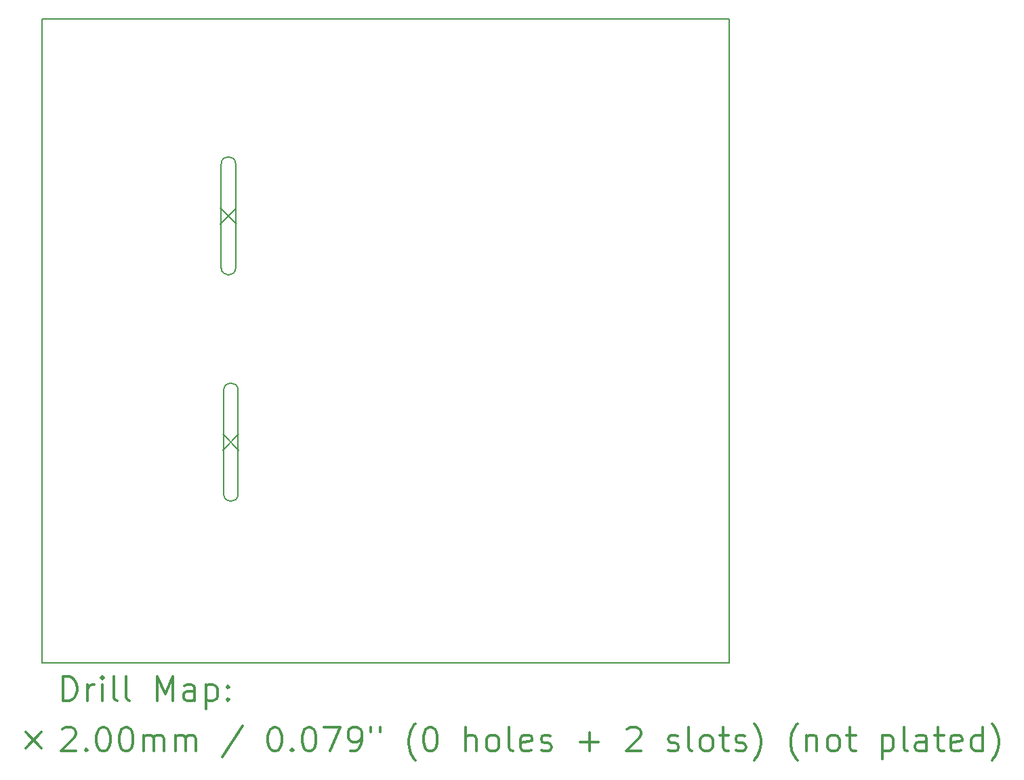
<source format=gbr>
%FSLAX45Y45*%
G04 Gerber Fmt 4.5, Leading zero omitted, Abs format (unit mm)*
G04 Created by KiCad (PCBNEW 4.0.2-stable) date 30/10/2016 11:04:42*
%MOMM*%
G01*
G04 APERTURE LIST*
%ADD10C,0.127000*%
%ADD11C,0.150000*%
%ADD12C,0.200000*%
%ADD13C,0.300000*%
G04 APERTURE END LIST*
D10*
D11*
X-398500Y7658000D02*
X8188000Y7658000D01*
X-398500Y7658000D02*
X-398500Y-392000D01*
X8187500Y-392000D02*
X8187500Y7658000D01*
X-399000Y-392000D02*
X8187500Y-392000D01*
D12*
X1828000Y5298000D02*
X2028000Y5098000D01*
X2028000Y5298000D02*
X1828000Y5098000D01*
X1838000Y5848000D02*
X1838000Y4548000D01*
X2018000Y5848000D02*
X2018000Y4548000D01*
X1838000Y4548000D02*
G75*
G03X2018000Y4548000I90000J0D01*
G01*
X2018000Y5848000D02*
G75*
G03X1838000Y5848000I-90000J0D01*
G01*
X1858000Y2468000D02*
X2058000Y2268000D01*
X2058000Y2468000D02*
X1858000Y2268000D01*
X1868000Y3018000D02*
X1868000Y1718000D01*
X2048000Y3018000D02*
X2048000Y1718000D01*
X1868000Y1718000D02*
G75*
G03X2048000Y1718000I90000J0D01*
G01*
X2048000Y3018000D02*
G75*
G03X1868000Y3018000I-90000J0D01*
G01*
D13*
X-135072Y-865214D02*
X-135072Y-565214D01*
X-63643Y-565214D01*
X-20786Y-579500D01*
X7786Y-608072D01*
X22071Y-636643D01*
X36357Y-693786D01*
X36357Y-736643D01*
X22071Y-793786D01*
X7786Y-822357D01*
X-20786Y-850929D01*
X-63643Y-865214D01*
X-135072Y-865214D01*
X164929Y-865214D02*
X164929Y-665214D01*
X164929Y-722357D02*
X179214Y-693786D01*
X193500Y-679500D01*
X222071Y-665214D01*
X250643Y-665214D01*
X350643Y-865214D02*
X350643Y-665214D01*
X350643Y-565214D02*
X336357Y-579500D01*
X350643Y-593786D01*
X364928Y-579500D01*
X350643Y-565214D01*
X350643Y-593786D01*
X536357Y-865214D02*
X507786Y-850929D01*
X493500Y-822357D01*
X493500Y-565214D01*
X693500Y-865214D02*
X664929Y-850929D01*
X650643Y-822357D01*
X650643Y-565214D01*
X1036357Y-865214D02*
X1036357Y-565214D01*
X1136357Y-779500D01*
X1236357Y-565214D01*
X1236357Y-865214D01*
X1507786Y-865214D02*
X1507786Y-708071D01*
X1493500Y-679500D01*
X1464928Y-665214D01*
X1407786Y-665214D01*
X1379214Y-679500D01*
X1507786Y-850929D02*
X1479214Y-865214D01*
X1407786Y-865214D01*
X1379214Y-850929D01*
X1364929Y-822357D01*
X1364929Y-793786D01*
X1379214Y-765214D01*
X1407786Y-750929D01*
X1479214Y-750929D01*
X1507786Y-736643D01*
X1650643Y-665214D02*
X1650643Y-965214D01*
X1650643Y-679500D02*
X1679214Y-665214D01*
X1736357Y-665214D01*
X1764928Y-679500D01*
X1779214Y-693786D01*
X1793500Y-722357D01*
X1793500Y-808071D01*
X1779214Y-836643D01*
X1764928Y-850929D01*
X1736357Y-865214D01*
X1679214Y-865214D01*
X1650643Y-850929D01*
X1922071Y-836643D02*
X1936357Y-850929D01*
X1922071Y-865214D01*
X1907786Y-850929D01*
X1922071Y-836643D01*
X1922071Y-865214D01*
X1922071Y-679500D02*
X1936357Y-693786D01*
X1922071Y-708071D01*
X1907786Y-693786D01*
X1922071Y-679500D01*
X1922071Y-708071D01*
X-606500Y-1259500D02*
X-406500Y-1459500D01*
X-406500Y-1259500D02*
X-606500Y-1459500D01*
X-149357Y-1223786D02*
X-135072Y-1209500D01*
X-106500Y-1195214D01*
X-35072Y-1195214D01*
X-6500Y-1209500D01*
X7786Y-1223786D01*
X22071Y-1252357D01*
X22071Y-1280929D01*
X7786Y-1323786D01*
X-163643Y-1495214D01*
X22071Y-1495214D01*
X150643Y-1466643D02*
X164929Y-1480929D01*
X150643Y-1495214D01*
X136357Y-1480929D01*
X150643Y-1466643D01*
X150643Y-1495214D01*
X350643Y-1195214D02*
X379214Y-1195214D01*
X407786Y-1209500D01*
X422071Y-1223786D01*
X436357Y-1252357D01*
X450643Y-1309500D01*
X450643Y-1380929D01*
X436357Y-1438071D01*
X422071Y-1466643D01*
X407786Y-1480929D01*
X379214Y-1495214D01*
X350643Y-1495214D01*
X322071Y-1480929D01*
X307786Y-1466643D01*
X293500Y-1438071D01*
X279214Y-1380929D01*
X279214Y-1309500D01*
X293500Y-1252357D01*
X307786Y-1223786D01*
X322071Y-1209500D01*
X350643Y-1195214D01*
X636357Y-1195214D02*
X664929Y-1195214D01*
X693500Y-1209500D01*
X707786Y-1223786D01*
X722071Y-1252357D01*
X736357Y-1309500D01*
X736357Y-1380929D01*
X722071Y-1438071D01*
X707786Y-1466643D01*
X693500Y-1480929D01*
X664929Y-1495214D01*
X636357Y-1495214D01*
X607786Y-1480929D01*
X593500Y-1466643D01*
X579214Y-1438071D01*
X564929Y-1380929D01*
X564929Y-1309500D01*
X579214Y-1252357D01*
X593500Y-1223786D01*
X607786Y-1209500D01*
X636357Y-1195214D01*
X864928Y-1495214D02*
X864928Y-1295214D01*
X864928Y-1323786D02*
X879214Y-1309500D01*
X907786Y-1295214D01*
X950643Y-1295214D01*
X979214Y-1309500D01*
X993500Y-1338072D01*
X993500Y-1495214D01*
X993500Y-1338072D02*
X1007786Y-1309500D01*
X1036357Y-1295214D01*
X1079214Y-1295214D01*
X1107786Y-1309500D01*
X1122071Y-1338072D01*
X1122071Y-1495214D01*
X1264929Y-1495214D02*
X1264929Y-1295214D01*
X1264929Y-1323786D02*
X1279214Y-1309500D01*
X1307786Y-1295214D01*
X1350643Y-1295214D01*
X1379214Y-1309500D01*
X1393500Y-1338072D01*
X1393500Y-1495214D01*
X1393500Y-1338072D02*
X1407786Y-1309500D01*
X1436357Y-1295214D01*
X1479214Y-1295214D01*
X1507786Y-1309500D01*
X1522071Y-1338072D01*
X1522071Y-1495214D01*
X2107786Y-1180929D02*
X1850643Y-1566643D01*
X2493500Y-1195214D02*
X2522071Y-1195214D01*
X2550643Y-1209500D01*
X2564928Y-1223786D01*
X2579214Y-1252357D01*
X2593500Y-1309500D01*
X2593500Y-1380929D01*
X2579214Y-1438071D01*
X2564928Y-1466643D01*
X2550643Y-1480929D01*
X2522071Y-1495214D01*
X2493500Y-1495214D01*
X2464928Y-1480929D01*
X2450643Y-1466643D01*
X2436357Y-1438071D01*
X2422071Y-1380929D01*
X2422071Y-1309500D01*
X2436357Y-1252357D01*
X2450643Y-1223786D01*
X2464928Y-1209500D01*
X2493500Y-1195214D01*
X2722071Y-1466643D02*
X2736357Y-1480929D01*
X2722071Y-1495214D01*
X2707786Y-1480929D01*
X2722071Y-1466643D01*
X2722071Y-1495214D01*
X2922071Y-1195214D02*
X2950643Y-1195214D01*
X2979214Y-1209500D01*
X2993500Y-1223786D01*
X3007785Y-1252357D01*
X3022071Y-1309500D01*
X3022071Y-1380929D01*
X3007785Y-1438071D01*
X2993500Y-1466643D01*
X2979214Y-1480929D01*
X2950643Y-1495214D01*
X2922071Y-1495214D01*
X2893500Y-1480929D01*
X2879214Y-1466643D01*
X2864928Y-1438071D01*
X2850643Y-1380929D01*
X2850643Y-1309500D01*
X2864928Y-1252357D01*
X2879214Y-1223786D01*
X2893500Y-1209500D01*
X2922071Y-1195214D01*
X3122071Y-1195214D02*
X3322071Y-1195214D01*
X3193500Y-1495214D01*
X3450643Y-1495214D02*
X3507785Y-1495214D01*
X3536357Y-1480929D01*
X3550643Y-1466643D01*
X3579214Y-1423786D01*
X3593500Y-1366643D01*
X3593500Y-1252357D01*
X3579214Y-1223786D01*
X3564928Y-1209500D01*
X3536357Y-1195214D01*
X3479214Y-1195214D01*
X3450643Y-1209500D01*
X3436357Y-1223786D01*
X3422071Y-1252357D01*
X3422071Y-1323786D01*
X3436357Y-1352357D01*
X3450643Y-1366643D01*
X3479214Y-1380929D01*
X3536357Y-1380929D01*
X3564928Y-1366643D01*
X3579214Y-1352357D01*
X3593500Y-1323786D01*
X3707786Y-1195214D02*
X3707786Y-1252357D01*
X3822071Y-1195214D02*
X3822071Y-1252357D01*
X4264928Y-1609500D02*
X4250643Y-1595214D01*
X4222071Y-1552357D01*
X4207786Y-1523786D01*
X4193500Y-1480929D01*
X4179214Y-1409500D01*
X4179214Y-1352357D01*
X4193500Y-1280929D01*
X4207786Y-1238072D01*
X4222071Y-1209500D01*
X4250643Y-1166643D01*
X4264928Y-1152357D01*
X4436357Y-1195214D02*
X4464928Y-1195214D01*
X4493500Y-1209500D01*
X4507786Y-1223786D01*
X4522071Y-1252357D01*
X4536357Y-1309500D01*
X4536357Y-1380929D01*
X4522071Y-1438071D01*
X4507786Y-1466643D01*
X4493500Y-1480929D01*
X4464928Y-1495214D01*
X4436357Y-1495214D01*
X4407786Y-1480929D01*
X4393500Y-1466643D01*
X4379214Y-1438071D01*
X4364928Y-1380929D01*
X4364928Y-1309500D01*
X4379214Y-1252357D01*
X4393500Y-1223786D01*
X4407786Y-1209500D01*
X4436357Y-1195214D01*
X4893500Y-1495214D02*
X4893500Y-1195214D01*
X5022071Y-1495214D02*
X5022071Y-1338072D01*
X5007786Y-1309500D01*
X4979214Y-1295214D01*
X4936357Y-1295214D01*
X4907786Y-1309500D01*
X4893500Y-1323786D01*
X5207786Y-1495214D02*
X5179214Y-1480929D01*
X5164928Y-1466643D01*
X5150643Y-1438071D01*
X5150643Y-1352357D01*
X5164928Y-1323786D01*
X5179214Y-1309500D01*
X5207786Y-1295214D01*
X5250643Y-1295214D01*
X5279214Y-1309500D01*
X5293500Y-1323786D01*
X5307786Y-1352357D01*
X5307786Y-1438071D01*
X5293500Y-1466643D01*
X5279214Y-1480929D01*
X5250643Y-1495214D01*
X5207786Y-1495214D01*
X5479214Y-1495214D02*
X5450643Y-1480929D01*
X5436357Y-1452357D01*
X5436357Y-1195214D01*
X5707786Y-1480929D02*
X5679214Y-1495214D01*
X5622071Y-1495214D01*
X5593500Y-1480929D01*
X5579214Y-1452357D01*
X5579214Y-1338072D01*
X5593500Y-1309500D01*
X5622071Y-1295214D01*
X5679214Y-1295214D01*
X5707786Y-1309500D01*
X5722071Y-1338072D01*
X5722071Y-1366643D01*
X5579214Y-1395214D01*
X5836357Y-1480929D02*
X5864928Y-1495214D01*
X5922071Y-1495214D01*
X5950643Y-1480929D01*
X5964928Y-1452357D01*
X5964928Y-1438071D01*
X5950643Y-1409500D01*
X5922071Y-1395214D01*
X5879214Y-1395214D01*
X5850643Y-1380929D01*
X5836357Y-1352357D01*
X5836357Y-1338072D01*
X5850643Y-1309500D01*
X5879214Y-1295214D01*
X5922071Y-1295214D01*
X5950643Y-1309500D01*
X6322071Y-1380929D02*
X6550643Y-1380929D01*
X6436357Y-1495214D02*
X6436357Y-1266643D01*
X6907786Y-1223786D02*
X6922071Y-1209500D01*
X6950643Y-1195214D01*
X7022071Y-1195214D01*
X7050643Y-1209500D01*
X7064928Y-1223786D01*
X7079214Y-1252357D01*
X7079214Y-1280929D01*
X7064928Y-1323786D01*
X6893500Y-1495214D01*
X7079214Y-1495214D01*
X7422071Y-1480929D02*
X7450643Y-1495214D01*
X7507785Y-1495214D01*
X7536357Y-1480929D01*
X7550643Y-1452357D01*
X7550643Y-1438071D01*
X7536357Y-1409500D01*
X7507785Y-1395214D01*
X7464928Y-1395214D01*
X7436357Y-1380929D01*
X7422071Y-1352357D01*
X7422071Y-1338072D01*
X7436357Y-1309500D01*
X7464928Y-1295214D01*
X7507785Y-1295214D01*
X7536357Y-1309500D01*
X7722071Y-1495214D02*
X7693500Y-1480929D01*
X7679214Y-1452357D01*
X7679214Y-1195214D01*
X7879214Y-1495214D02*
X7850643Y-1480929D01*
X7836357Y-1466643D01*
X7822071Y-1438071D01*
X7822071Y-1352357D01*
X7836357Y-1323786D01*
X7850643Y-1309500D01*
X7879214Y-1295214D01*
X7922071Y-1295214D01*
X7950643Y-1309500D01*
X7964928Y-1323786D01*
X7979214Y-1352357D01*
X7979214Y-1438071D01*
X7964928Y-1466643D01*
X7950643Y-1480929D01*
X7922071Y-1495214D01*
X7879214Y-1495214D01*
X8064928Y-1295214D02*
X8179214Y-1295214D01*
X8107786Y-1195214D02*
X8107786Y-1452357D01*
X8122071Y-1480929D01*
X8150643Y-1495214D01*
X8179214Y-1495214D01*
X8264928Y-1480929D02*
X8293500Y-1495214D01*
X8350643Y-1495214D01*
X8379214Y-1480929D01*
X8393500Y-1452357D01*
X8393500Y-1438071D01*
X8379214Y-1409500D01*
X8350643Y-1395214D01*
X8307786Y-1395214D01*
X8279214Y-1380929D01*
X8264928Y-1352357D01*
X8264928Y-1338072D01*
X8279214Y-1309500D01*
X8307786Y-1295214D01*
X8350643Y-1295214D01*
X8379214Y-1309500D01*
X8493500Y-1609500D02*
X8507786Y-1595214D01*
X8536357Y-1552357D01*
X8550643Y-1523786D01*
X8564928Y-1480929D01*
X8579214Y-1409500D01*
X8579214Y-1352357D01*
X8564928Y-1280929D01*
X8550643Y-1238072D01*
X8536357Y-1209500D01*
X8507786Y-1166643D01*
X8493500Y-1152357D01*
X9036357Y-1609500D02*
X9022071Y-1595214D01*
X8993500Y-1552357D01*
X8979214Y-1523786D01*
X8964928Y-1480929D01*
X8950643Y-1409500D01*
X8950643Y-1352357D01*
X8964928Y-1280929D01*
X8979214Y-1238072D01*
X8993500Y-1209500D01*
X9022071Y-1166643D01*
X9036357Y-1152357D01*
X9150643Y-1295214D02*
X9150643Y-1495214D01*
X9150643Y-1323786D02*
X9164928Y-1309500D01*
X9193500Y-1295214D01*
X9236357Y-1295214D01*
X9264928Y-1309500D01*
X9279214Y-1338072D01*
X9279214Y-1495214D01*
X9464928Y-1495214D02*
X9436357Y-1480929D01*
X9422071Y-1466643D01*
X9407786Y-1438071D01*
X9407786Y-1352357D01*
X9422071Y-1323786D01*
X9436357Y-1309500D01*
X9464928Y-1295214D01*
X9507786Y-1295214D01*
X9536357Y-1309500D01*
X9550643Y-1323786D01*
X9564928Y-1352357D01*
X9564928Y-1438071D01*
X9550643Y-1466643D01*
X9536357Y-1480929D01*
X9507786Y-1495214D01*
X9464928Y-1495214D01*
X9650643Y-1295214D02*
X9764928Y-1295214D01*
X9693500Y-1195214D02*
X9693500Y-1452357D01*
X9707786Y-1480929D01*
X9736357Y-1495214D01*
X9764928Y-1495214D01*
X10093500Y-1295214D02*
X10093500Y-1595214D01*
X10093500Y-1309500D02*
X10122071Y-1295214D01*
X10179214Y-1295214D01*
X10207786Y-1309500D01*
X10222071Y-1323786D01*
X10236357Y-1352357D01*
X10236357Y-1438071D01*
X10222071Y-1466643D01*
X10207786Y-1480929D01*
X10179214Y-1495214D01*
X10122071Y-1495214D01*
X10093500Y-1480929D01*
X10407786Y-1495214D02*
X10379214Y-1480929D01*
X10364929Y-1452357D01*
X10364929Y-1195214D01*
X10650643Y-1495214D02*
X10650643Y-1338072D01*
X10636357Y-1309500D01*
X10607786Y-1295214D01*
X10550643Y-1295214D01*
X10522071Y-1309500D01*
X10650643Y-1480929D02*
X10622071Y-1495214D01*
X10550643Y-1495214D01*
X10522071Y-1480929D01*
X10507786Y-1452357D01*
X10507786Y-1423786D01*
X10522071Y-1395214D01*
X10550643Y-1380929D01*
X10622071Y-1380929D01*
X10650643Y-1366643D01*
X10750643Y-1295214D02*
X10864929Y-1295214D01*
X10793500Y-1195214D02*
X10793500Y-1452357D01*
X10807786Y-1480929D01*
X10836357Y-1495214D01*
X10864929Y-1495214D01*
X11079214Y-1480929D02*
X11050643Y-1495214D01*
X10993500Y-1495214D01*
X10964929Y-1480929D01*
X10950643Y-1452357D01*
X10950643Y-1338072D01*
X10964929Y-1309500D01*
X10993500Y-1295214D01*
X11050643Y-1295214D01*
X11079214Y-1309500D01*
X11093500Y-1338072D01*
X11093500Y-1366643D01*
X10950643Y-1395214D01*
X11350643Y-1495214D02*
X11350643Y-1195214D01*
X11350643Y-1480929D02*
X11322071Y-1495214D01*
X11264929Y-1495214D01*
X11236357Y-1480929D01*
X11222071Y-1466643D01*
X11207786Y-1438071D01*
X11207786Y-1352357D01*
X11222071Y-1323786D01*
X11236357Y-1309500D01*
X11264929Y-1295214D01*
X11322071Y-1295214D01*
X11350643Y-1309500D01*
X11464929Y-1609500D02*
X11479214Y-1595214D01*
X11507786Y-1552357D01*
X11522071Y-1523786D01*
X11536357Y-1480929D01*
X11550643Y-1409500D01*
X11550643Y-1352357D01*
X11536357Y-1280929D01*
X11522071Y-1238072D01*
X11507786Y-1209500D01*
X11479214Y-1166643D01*
X11464929Y-1152357D01*
M02*

</source>
